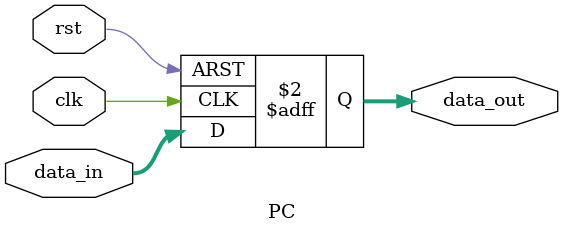
<source format=v>
`timescale 1ns / 1ps
module PC(
input clk,
input rst,//异步复位信号
input [31:0]data_in,
output reg [31:0]data_out
    );
    
always@(negedge clk or posedge rst)
if(rst)
    data_out<=32'h00400000;
else 
    data_out<=data_in;

endmodule


</source>
